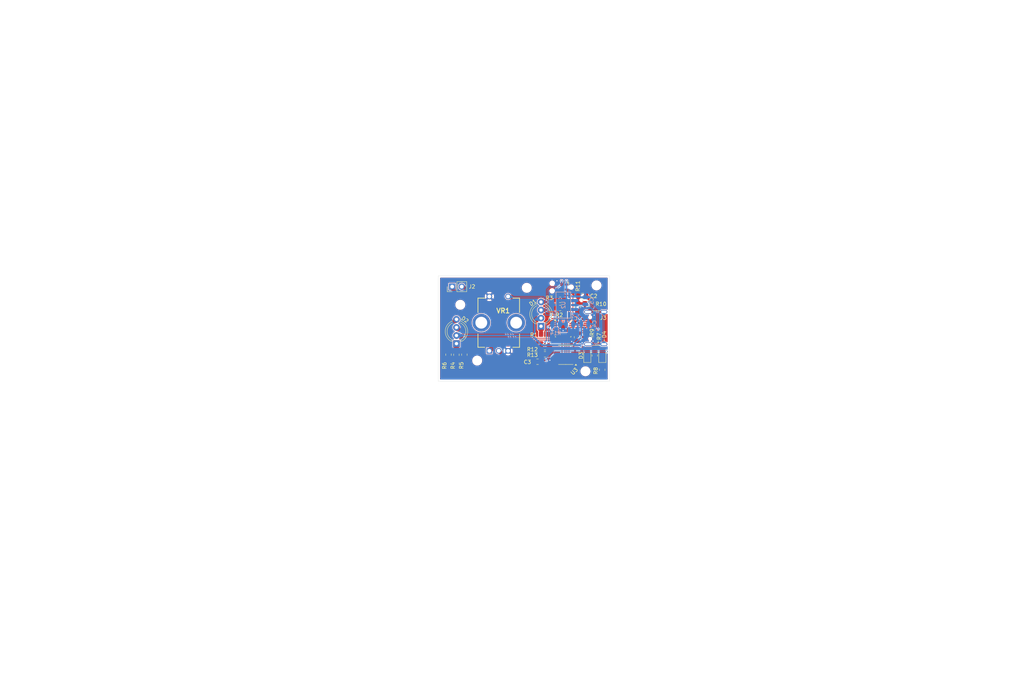
<source format=kicad_pcb>
(kicad_pcb (version 20240108) (generator "pcbnew") (generator_version "8.0")
  (layers (0 "F.Cu" signal) (31 "B.Cu" signal) (34 "B.Paste" user) (35 "F.Paste" user) (36 "B.SilkS" user "B.Silkscreen") (37 "F.SilkS" user "F.Silkscreen") (38 "B.Mask" user) (39 "F.Mask" user) (44 "Edge.Cuts" user))
  (net 0 "")
  (net 3 "Net-(D1-GK)")
  (net 7 "Net-(D1-RK)")
  (net 8 "Net-(D1-BK)")
  (net 9 "Net-(D3-K)")
  (net 10 "USB_DP")
  (net 11 "USB_DN")
  (net 12 "5V")
  (net 13 "Net-(J3-SHIELD)")
  (net 14 "Net-(J3-CC1)")
  (net 15 "Net-(D4-K)")
  (net 16 "Net-(J3-CC2)")
  (net 17 "3.3V")
  (net 18 "SWCLK")
  (net 19 "SWDIO")
  (net 20 "nRST")
  (net 22 "GND")
  (net 25 "nButton")
  (net 26 "Potti_Analog")
  (net 29 "Net-(D2-BK)")
  (net 30 "Net-(D2-GK)")
  (net 31 "Net-(D2-RK)")
  (net 32 "I2C_SDA")
  (net 33 "I2C_SCL")
  (net 36 "PWM2_R")
  (net 37 "PWM2_G")
  (net 38 "PWM2_B")
  (net 39 "PWM3_R")
  (net 40 "PWM3_G")
  (net 41 "PWM3_B")
  (net 42 "PA4")
  (net 43 "PA3")
  (footprint "Resistor_SMD:R_0805_2012Metric_Pad1.20x1.40mm_HandSolder" (layer "F.Cu") (at 165.85 101.87 90)
    (property "Reference" "R9" (at 1.32 4.0125 -90) (layer "F.SilkS"))
    (property "Value" "5.1kR" (hide yes))
    (pad "1" smd roundrect (at -1 0 90) (size 1.2 1.4) (layers "F.Cu" "F.Paste" "F.Mask") (roundrect_rratio 0.208333) (net 22 "GND"))
    (pad "2" smd roundrect (at 1 0 90) (size 1.2 1.4) (layers "F.Cu" "F.Paste" "F.Mask") (roundrect_rratio 0.208333) (net 14 "Net-(J3-CC1)"))
  )
  (footprint "MountingHole:MountingHole_2.2mm_M2_DIN965" (layer "F.Cu") (at 152.425 88.7)
    (property "Reference" "H5" (hide yes))
    (property "Value" "MountingHole")
    (pad "" np_thru_hole circle (at 0 0) (size 2.2 2.2) (drill 2.2) (layers "*.Cu" "*.Mask"))
  )
  (footprint "Resistor_SMD:R_0805_2012Metric_Pad1.20x1.40mm_HandSolder" (layer "F.Cu") (at 157.275 104.525 180)
    (property "Reference" "R12" (at 3.35 -0.6 180) (layer "F.SilkS"))
    (property "Value" "4.7kR")
    (pad "1" smd roundrect (at -1 0 180) (size 1.2 1.4) (layers "F.Cu" "F.Paste" "F.Mask") (roundrect_rratio 0.208333) (net 32 "I2C_SDA"))
    (pad "2" smd roundrect (at 1 0 180) (size 1.2 1.4) (layers "F.Cu" "F.Paste" "F.Mask") (roundrect_rratio 0.208333) (net 17 "3.3V"))
  )
  (footprint "LIB_PRS11R-415F-S103B1:PRS11R415FS103B1" (layer "F.Cu") (at 142.45 105.5)
    (property "Reference" "VR1" (at 3.675 -10.675 0) (layer "F.SilkS") (effects (font (size 1.27 1.27) (thickness 0.254))))
    (property "Value" "PRS11R-415F-S103B1" (hide yes))
    (pad "1" thru_hole rect (at 0 0) (size 1.5 1.5) (drill 1) (layers "*.Cu" "*.Mask") (net 17 "3.3V"))
    (pad "2" thru_hole circle (at 2.5 0) (size 1.5 1.5) (drill 1) (layers "*.Cu" "*.Mask") (net 26 "Potti_Analog"))
    (pad "3" thru_hole circle (at 5 0) (size 1.5 1.5) (drill 1) (layers "*.Cu" "*.Mask") (net 22 "GND"))
    (pad "4" thru_hole circle (at 0 -14.5) (size 1.5 1.5) (drill 1) (layers "*.Cu" "*.Mask") (net 22 "GND"))
    (pad "5" thru_hole circle (at 5 -14.5) (size 1.5 1.5) (drill 1) (layers "*.Cu" "*.Mask") (net 25 "nButton"))
    (pad "MH1" thru_hole circle (at -2.15 -7.5) (size 4.74 4.74) (drill 3.16) (layers "*.Cu" "*.Mask"))
    (pad "MH2" thru_hole circle (at 7.15 -7.5) (size 4.74 4.74) (drill 3.16) (layers "*.Cu" "*.Mask"))
  )
  (footprint "Capacitor_SMD:C_0805_2012Metric" (layer "F.Cu") (at 155.3 108.4)
    (property "Reference" "C3" (at -2.7 0.1 0) (layer "F.SilkS"))
    (property "Value" "22pF")
    (pad "1" smd roundrect (at -0.95 0) (size 1 1.45) (layers "F.Cu" "F.Paste" "F.Mask") (net 22 "GND"))
    (pad "2" smd roundrect (at 0.95 0) (size 1 1.45) (layers "F.Cu" "F.Paste" "F.Mask") (net 17 "3.3V"))
  )
  (footprint "MountingHole:MountingHole_2.2mm_M2_DIN965" (layer "F.Cu") (at 139.2 108.1)
    (property "Reference" "H3" (hide yes))
    (property "Value" "MountingHole")
    (pad "" np_thru_hole circle (at 0 0) (size 2.2 2.2) (drill 2.2) (layers "*.Cu" "*.Mask"))
  )
  (footprint "Resistor_SMD:R_0805_2012Metric_Pad1.20x1.40mm_HandSolder" (layer "F.Cu") (at 161.325 91.9 180)
    (property "Reference" "R3" (at 2.875 0.475 0) (layer "F.SilkS"))
    (property "Value" "80R" (hide yes))
    (pad "1" smd roundrect (at -1 0 180) (size 1.2 1.4) (layers "F.Cu" "F.Paste" "F.Mask") (roundrect_rratio 0.208333) (net 38 "PWM2_B"))
    (pad "2" smd roundrect (at 1 0 180) (size 1.2 1.4) (layers "F.Cu" "F.Paste" "F.Mask") (roundrect_rratio 0.208333) (net 8 "Net-(D1-BK)"))
  )
  (footprint "Resistor_SMD:R_0805_2012Metric_Pad1.20x1.40mm_HandSolder" (layer "F.Cu") (at 157.275 106.425 180)
    (property "Reference" "R13" (at 3.35 -0.175 0) (layer "F.SilkS"))
    (property "Value" "4.7kR")
    (pad "1" smd roundrect (at -1 0 180) (size 1.2 1.4) (layers "F.Cu" "F.Paste" "F.Mask") (roundrect_rratio 0.208333) (net 33 "I2C_SCL"))
    (pad "2" smd roundrect (at 1 0 180) (size 1.2 1.4) (layers "F.Cu" "F.Paste" "F.Mask") (roundrect_rratio 0.208333) (net 17 "3.3V"))
  )
  (footprint "LED_THT:LED_D5.0mm-4_RGB_Wide_Pins" (layer "F.Cu") (at 156.225 98.94 90)
    (property "Reference" "D1" (at 6.29 -2.175 -145) (layer "F.SilkS"))
    (property "Value" "LED_RAGB" (hide yes))
    (pad "1" thru_hole rect (at 0 0 90) (size 1.8 1.8) (drill 0.9) (layers "*.Cu" "*.Mask") (net 7 "Net-(D1-RK)"))
    (pad "2" thru_hole circle (at 2.159001 0 90) (size 1.8 1.8) (drill 0.9) (layers "*.Cu" "*.Mask") (net 12 "5V"))
    (pad "3" thru_hole circle (at 4.318 0 90) (size 1.8 1.8) (drill 0.9) (layers "*.Cu" "*.Mask") (net 3 "Net-(D1-GK)"))
    (pad "4" thru_hole circle (at 6.477001 0 90) (size 1.8 1.8) (drill 0.9) (layers "*.Cu" "*.Mask") (net 8 "Net-(D1-BK)"))
  )
  (footprint "LED_SMD:LED_0805_2012Metric_Pad1.15x1.40mm_HandSolder" (layer "F.Cu") (at 172.575 106.75 90)
    (property "Reference" "D4" (at 5.625 0.525 90) (layer "F.SilkS"))
    (property "Value" "0603-Green")
    (pad "1" smd roundrect (at -1.024999 0 90) (size 1.15 1.4) (layers "F.Cu" "F.Paste" "F.Mask") (roundrect_rratio 0.217391) (net 15 "Net-(D4-K)"))
    (pad "2" smd roundrect (at 1.024999 0 90) (size 1.15 1.4) (layers "F.Cu" "F.Paste" "F.Mask") (roundrect_rratio 0.217391) (net 17 "3.3V"))
  )
  (footprint "LED_THT:LED_D5.0mm-4_RGB_Wide_Pins" (layer "F.Cu") (at 133.675 103.575 90)
    (property "Reference" "D2" (at 6.375 2.25 145) (layer "F.SilkS"))
    (property "Value" "LED_RAGB" (hide yes))
    (pad "1" thru_hole rect (at 0 0 90) (size 1.8 1.8) (drill 0.9) (layers "*.Cu" "*.Mask") (net 31 "Net-(D2-RK)"))
    (pad "2" thru_hole circle (at 2.159001 0 90) (size 1.8 1.8) (drill 0.9) (layers "*.Cu" "*.Mask") (net 12 "5V"))
    (pad "3" thru_hole circle (at 4.318 0 90) (size 1.8 1.8) (drill 0.9) (layers "*.Cu" "*.Mask") (net 30 "Net-(D2-GK)"))
    (pad "4" thru_hole circle (at 6.477001 0 90) (size 1.8 1.8) (drill 0.9) (layers "*.Cu" "*.Mask") (net 29 "Net-(D2-BK)"))
  )
  (footprint "Resistor_SMD:R_0805_2012Metric_Pad1.20x1.40mm_HandSolder" (layer "F.Cu") (at 157.25 101.075 180)
    (property "Reference" "R1" (at 2.95 -0.175 0) (layer "F.SilkS"))
    (property "Value" "130R" (hide yes))
    (pad "1" smd roundrect (at -1 0 180) (size 1.2 1.4) (layers "F.Cu" "F.Paste" "F.Mask") (roundrect_rratio 0.208333) (net 36 "PWM2_R"))
    (pad "2" smd roundrect (at 1 0 180) (size 1.2 1.4) (layers "F.Cu" "F.Paste" "F.Mask") (roundrect_rratio 0.208333) (net 7 "Net-(D1-RK)"))
  )
  (footprint "MountingHole:MountingHole_2.2mm_M2_DIN965" (layer "F.Cu") (at 168.075 110.95)
    (property "Reference" "H2" (hide yes))
    (property "Value" "MountingHole")
    (pad "" np_thru_hole circle (at 0 0) (size 2.2 2.2) (drill 2.2) (layers "*.Cu" "*.Mask"))
  )
  (footprint "MountingHole:MountingHole_2.2mm_M2_DIN965" (layer "F.Cu") (at 134.7 93.225)
    (property "Reference" "H4" (hide yes))
    (property "Value" "MountingHole")
    (pad "" np_thru_hole circle (at 0 0) (size 2.2 2.2) (drill 2.2) (layers "*.Cu" "*.Mask"))
  )
  (footprint "Resistor_SMD:R_0805_2012Metric_Pad1.20x1.40mm_HandSolder" (layer "F.Cu") (at 170.575 106.75 -90)
    (property "Reference" "R7" (at -5.1 -1.15 90) (layer "F.SilkS"))
    (property "Value" "50R")
    (pad "1" smd roundrect (at -1 0 270) (size 1.2 1.4) (layers "F.Cu" "F.Paste" "F.Mask") (roundrect_rratio 0.208333) (net 22 "GND"))
    (pad "2" smd roundrect (at 1 0 270) (size 1.2 1.4) (layers "F.Cu" "F.Paste" "F.Mask") (roundrect_rratio 0.208333) (net 9 "Net-(D3-K)"))
  )
  (footprint "Package_SO:SOIC-8_3.9x4.9mm_P1.27mm" (layer "F.Cu") (at 162.825 106.575 180)
    (property "Reference" "U3" (at -2.275 -4.4 45) (layer "F.SilkS"))
    (property "Value" "M24C02-FMN" (hide yes))
    (pad "1" smd roundrect (at -2.475 -1.905 180) (size 1.95 0.6) (layers "F.Cu" "F.Paste" "F.Mask") (net 22 "GND"))
    (pad "2" smd roundrect (at -2.475 -0.635 180) (size 1.95 0.6) (layers "F.Cu" "F.Paste" "F.Mask") (net 22 "GND"))
    (pad "3" smd roundrect (at -2.475 0.635 180) (size 1.95 0.6) (layers "F.Cu" "F.Paste" "F.Mask") (net 22 "GND"))
    (pad "4" smd roundrect (at -2.475 1.905 180) (size 1.95 0.6) (layers "F.Cu" "F.Paste" "F.Mask") (net 22 "GND"))
    (pad "5" smd roundrect (at 2.475 1.905 180) (size 1.95 0.6) (layers "F.Cu" "F.Paste" "F.Mask") (net 32 "I2C_SDA"))
    (pad "6" smd roundrect (at 2.475 0.635 180) (size 1.95 0.6) (layers "F.Cu" "F.Paste" "F.Mask") (net 33 "I2C_SCL"))
    (pad "7" smd roundrect (at 2.475 -0.635 180) (size 1.95 0.6) (layers "F.Cu" "F.Paste" "F.Mask") (net 22 "GND"))
    (pad "8" smd roundrect (at 2.475 -1.905 180) (size 1.95 0.6) (layers "F.Cu" "F.Paste" "F.Mask") (net 17 "3.3V"))
  )
  (footprint "Resistor_SMD:R_0805_2012Metric_Pad1.20x1.40mm_HandSolder" (layer "F.Cu") (at 161.35 94.075 180)
    (property "Reference" "R2" (at 0.25 -1.875 0) (layer "F.SilkS"))
    (property "Value" "80R")
    (pad "1" smd roundrect (at -1 0 180) (size 1.2 1.4) (layers "F.Cu" "F.Paste" "F.Mask") (roundrect_rratio 0.208333) (net 37 "PWM2_G"))
    (pad "2" smd roundrect (at 1 0 180) (size 1.2 1.4) (layers "F.Cu" "F.Paste" "F.Mask") (roundrect_rratio 0.208333) (net 3 "Net-(D1-GK)"))
  )
  (footprint "Connector_USB:USB_C_Receptacle_G-Switch_GT-USB-7010ASV" (layer "F.Cu") (at 171.925 99.42 90)
    (property "Reference" "J3" (at 2.72 0.925 180) (layer "F.SilkS"))
    (property "Value" "USB_C_Receptacle_USB2.0_16P" (hide yes))
    (pad "" np_thru_hole circle (at -2.89 -2.605 90) (size 0.65 0.65) (drill 0.65) (layers "*.Cu" "*.Mask"))
    (pad "" np_thru_hole circle (at 2.89 -2.605 90) (size 0.65 0.65) (drill 0.65) (layers "*.Cu" "*.Mask"))
    (pad "A1" smd rect (at -3.2 -3.725 90) (size 0.6 1.24) (layers "F.Cu" "F.Paste" "F.Mask") (net 22 "GND"))
    (pad "A4" smd rect (at -2.4 -3.725 90) (size 0.6 1.24) (layers "F.Cu" "F.Paste" "F.Mask") (net 12 "5V"))
    (pad "A5" smd rect (at -1.25 -3.725 90) (size 0.3 1.24) (layers "F.Cu" "F.Paste" "F.Mask") (net 14 "Net-(J3-CC1)"))
    (pad "A6" smd rect (at -0.25 -3.725 90) (size 0.3 1.24) (layers "F.Cu" "F.Paste" "F.Mask") (net 10 "USB_DP"))
    (pad "A7" smd rect (at 0.25 -3.725 90) (size 0.3 1.24) (layers "F.Cu" "F.Paste" "F.Mask") (net 11 "USB_DN"))
    (pad "A8" smd rect (at 1.25 -3.725 90) (size 0.3 1.24) (layers "F.Cu" "F.Paste" "F.Mask"))
    (pad "A9" smd rect (at 2.4 -3.725 90) (size 0.6 1.24) (layers "F.Cu" "F.Paste" "F.Mask") (net 12 "5V"))
    (pad "A12" smd rect (at 3.2 -3.725 90) (size 0.6 1.24) (layers "F.Cu" "F.Paste" "F.Mask") (net 22 "GND"))
    (pad "B1" smd rect (at 3.2 -3.725 90) (size 0.6 1.24) (layers "F.Cu" "F.Paste" "F.Mask") (net 22 "GND"))
    (pad "B4" smd rect (at 2.4 -3.725 90) (size 0.6 1.24) (layers "F.Cu" "F.Paste" "F.Mask") (net 12 "5V"))
    (pad "B5" smd rect (at 1.75 -3.725 90) (size 0.3 1.24) (layers "F.Cu" "F.Paste" "F.Mask") (net 16 "Net-(J3-CC2)"))
    (pad "B6" smd rect (at 0.75 -3.725 90) (size 0.3 1.24) (layers "F.Cu" "F.Paste" "F.Mask") (net 10 "USB_DP"))
    (pad "B7" smd rect (at -0.75 -3.725 90) (size 0.3 1.24) (layers "F.Cu" "F.Paste" "F.Mask") (net 11 "USB_DN"))
    (pad "B8" smd rect (at -1.75 -3.725 90) (size 0.3 1.24) (layers "F.Cu" "F.Paste" "F.Mask"))
    (pad "B9" smd rect (at -2.4 -3.725 90) (size 0.6 1.24) (layers "F.Cu" "F.Paste" "F.Mask") (net 12 "5V"))
    (pad "B12" smd rect (at -3.2 -3.725 90) (size 0.6 1.24) (layers "F.Cu" "F.Paste" "F.Mask") (net 22 "GND"))
    (pad "S1" thru_hole oval (at -4.32 -3.125 90) (size 1 2.1) (drill oval 0.6 1.7) (layers "*.Cu" "*.Mask") (net 13 "Net-(J3-SHIELD)"))
    (pad "S1" thru_hole oval (at -4.32 1.075 90) (size 1 1.8) (drill oval 0.6 1.4) (layers "*.Cu" "*.Mask") (net 13 "Net-(J3-SHIELD)"))
    (pad "S1" thru_hole oval (at 4.32 -3.125 90) (size 1 2.1) (drill oval 0.6 1.7) (layers "*.Cu" "*.Mask") (net 13 "Net-(J3-SHIELD)"))
    (pad "S1" thru_hole oval (at 4.32 1.075 90) (size 1 1.8) (drill oval 0.6 1.4) (layers "*.Cu" "*.Mask") (net 13 "Net-(J3-SHIELD)"))
  )
  (footprint "Resistor_SMD:R_0805_2012Metric_Pad1.20x1.40mm_HandSolder" (layer "F.Cu") (at 133.65 106.55 90)
    (property "Reference" "R4" (at -2.875 -0.925 -90) (layer "F.SilkS"))
    (property "Value" "130R")
    (pad "1" smd roundrect (at -1 0 90) (size 1.2 1.4) (layers "F.Cu" "F.Paste" "F.Mask") (roundrect_rratio 0.208333) (net 39 "PWM3_R"))
    (pad "2" smd roundrect (at 1 0 90) (size 1.2 1.4) (layers "F.Cu" "F.Paste" "F.Mask") (roundrect_rratio 0.208333) (net 31 "Net-(D2-RK)"))
  )
  (footprint "LED_SMD:LED_0805_2012Metric_Pad1.15x1.40mm_HandSolder" (layer "F.Cu") (at 168.575 106.75 90)
    (property "Reference" "D3" (at 0 -1.675 90) (layer "F.SilkS"))
    (property "Value" "0603-Blue")
    (pad "1" smd roundrect (at -1.024999 0 90) (size 1.15 1.4) (layers "F.Cu" "F.Paste" "F.Mask") (roundrect_rratio 0.217391) (net 9 "Net-(D3-K)"))
    (pad "2" smd roundrect (at 1.024999 0 90) (size 1.15 1.4) (layers "F.Cu" "F.Paste" "F.Mask") (roundrect_rratio 0.217391) (net 12 "5V"))
  )
  (footprint "Resistor_SMD:R_0805_2012Metric_Pad1.20x1.40mm_HandSolder" (layer "F.Cu") (at 135.775 106.525 90)
    (property "Reference" "R5" (at -2.875 -0.8 -90) (layer "F.SilkS"))
    (property "Value" "80R")
    (pad "1" smd roundrect (at -1 0 90) (size 1.2 1.4) (layers "F.Cu" "F.Paste" "F.Mask") (roundrect_rratio 0.208333) (net 40 "PWM3_G"))
    (pad "2" smd roundrect (at 1 0 90) (size 1.2 1.4) (layers "F.Cu" "F.Paste" "F.Mask") (roundrect_rratio 0.208333) (net 30 "Net-(D2-GK)"))
  )
  (footprint "Resistor_SMD:R_0805_2012Metric_Pad1.20x1.40mm_HandSolder" (layer "F.Cu") (at 166.025 93.82 -90)
    (property "Reference" "R11" (at -5.57 -0.025 90) (layer "F.SilkS"))
    (property "Value" "5.1kR" (hide yes))
    (pad "1" smd roundrect (at -1 0 270) (size 1.2 1.4) (layers "F.Cu" "F.Paste" "F.Mask") (roundrect_rratio 0.208333) (net 22 "GND"))
    (pad "2" smd roundrect (at 1 0 270) (size 1.2 1.4) (layers "F.Cu" "F.Paste" "F.Mask") (roundrect_rratio 0.208333) (net 16 "Net-(J3-CC2)"))
  )
  (footprint "Package_DFN_QFN:QFN-28_4x4mm_P0.5mm" (layer "F.Cu") (at 162.125 99.695)
    (property "Reference" "U1" (hide yes))
    (property "Value" "STM32F042G4Ux" (hide yes))
    (pad "1" smd custom (at -1.9975 -1.5) (size 0.136863 0.136863) (layers "F.Cu" "F.Paste" "F.Mask") (options (clearance outline) (anchor circle)) (primitives (gr_poly (pts (xy -0.3325 -0.08) (xy 0.19886 -0.08) (xy 0.3325 0.05364) (xy 0.3325 0.08) (xy -0.3325 0.08)) (width 0.09) (fill yes))))
    (pad "2" smd roundrect (at -1.9375 -1) (size 0.875 0.25) (layers "F.Cu" "F.Paste" "F.Mask") (net 32 "I2C_SDA"))
    (pad "3" smd roundrect (at -1.9375 -0.5) (size 0.875 0.25) (layers "F.Cu" "F.Paste" "F.Mask"))
    (pad "4" smd roundrect (at -1.9375 0) (size 0.875 0.25) (layers "F.Cu" "F.Paste" "F.Mask") (net 20 "nRST"))
    (pad "5" smd roundrect (at -1.9375 0.5) (size 0.875 0.25) (layers "F.Cu" "F.Paste" "F.Mask") (net 17 "3.3V"))
    (pad "6" smd roundrect (at -1.9375 1) (size 0.875 0.25) (layers "F.Cu" "F.Paste" "F.Mask"))
    (pad "7" smd custom (at -1.9975 1.5) (size 0.136863 0.136863) (layers "F.Cu" "F.Paste" "F.Mask") (options (clearance outline) (anchor circle)) (primitives (gr_poly (pts (xy -0.3325 -0.08) (xy 0.3325 -0.08) (xy 0.3325 -0.05364) (xy 0.19886 0.08) (xy -0.3325 0.08)) (width 0.09) (fill yes))))
    (pad "8" smd custom (at -1.5 1.9975) (size 0.136863 0.136863) (layers "F.Cu" "F.Paste" "F.Mask") (net 36 "PWM2_R") (options (clearance outline) (anchor circle)) (primitives (gr_poly (pts (xy -0.08 -0.19886) (xy 0.05364 -0.3325) (xy 0.08 -0.3325) (xy 0.08 0.3325) (xy -0.08 0.3325)) (width 0.09) (fill yes))))
    (pad "9" smd roundrect (at -1 1.9375) (size 0.25 0.875) (layers "F.Cu" "F.Paste" "F.Mask") (net 43 "PA3"))
    (pad "10" smd roundrect (at -0.5 1.9375) (size 0.25 0.875) (layers "F.Cu" "F.Paste" "F.Mask") (net 42 "PA4"))
    (pad "11" smd roundrect (at 0 1.9375) (size 0.25 0.875) (layers "F.Cu" "F.Paste" "F.Mask") (net 26 "Potti_Analog"))
    (pad "12" smd roundrect (at 0.5 1.9375) (size 0.25 0.875) (layers "F.Cu" "F.Paste" "F.Mask") (net 40 "PWM3_G"))
    (pad "13" smd roundrect (at 1 1.9375) (size 0.25 0.875) (layers "F.Cu" "F.Paste" "F.Mask") (net 39 "PWM3_R"))
    (pad "14" smd custom (at 1.5 1.9975) (size 0.136863 0.136863) (layers "F.Cu" "F.Paste" "F.Mask") (net 41 "PWM3_B") (options (clearance outline) (anchor circle)) (primitives (gr_poly (pts (xy -0.08 -0.3325) (xy -0.05364 -0.3325) (xy 0.08 -0.19886) (xy 0.08 0.3325) (xy -0.08 0.3325)) (width 0.09) (fill yes))))
    (pad "15" smd custom (at 1.9975 1.5) (size 0.136863 0.136863) (layers "F.Cu" "F.Paste" "F.Mask") (options (clearance outline) (anchor circle)) (primitives (gr_poly (pts (xy -0.3325 -0.08) (xy 0.3325 -0.08) (xy 0.3325 0.08) (xy -0.19886 0.08) (xy -0.3325 -0.05364)) (width 0.09) (fill yes))))
    (pad "16" smd roundrect (at 1.9375 1) (size 0.875 0.25) (layers "F.Cu" "F.Paste" "F.Mask") (net 22 "GND"))
    (pad "17" smd roundrect (at 1.9375 0.5) (size 0.875 0.25) (layers "F.Cu" "F.Paste" "F.Mask") (net 17 "3.3V"))
    (pad "18" smd roundrect (at 1.9375 0) (size 0.875 0.25) (layers "F.Cu" "F.Paste" "F.Mask") (net 17 "3.3V"))
    (pad "19" smd roundrect (at 1.9375 -0.5) (size 0.875 0.25) (layers "F.Cu" "F.Paste" "F.Mask") (net 11 "USB_DN"))
    (pad "20" smd roundrect (at 1.9375 -1) (size 0.875 0.25) (layers "F.Cu" "F.Paste" "F.Mask") (net 10 "USB_DP"))
    (pad "21" smd custom (at 1.9975 -1.5) (size 0.136863 0.136863) (layers "F.Cu" "F.Paste" "F.Mask") (net 19 "SWDIO") (options (clearance outline) (anchor circle)) (primitives (gr_poly (pts (xy -0.3325 0.05364) (xy -0.19886 -0.08) (xy 0.3325 -0.08) (xy 0.3325 0.08) (xy -0.3325 0.08)) (width 0.09) (fill yes))))
    (pad "22" smd custom (at 1.5 -1.9975) (size 0.136863 0.136863) (layers "F.Cu" "F.Paste" "F.Mask") (net 18 "SWCLK") (options (clearance outline) (anchor circle)) (primitives (gr_poly (pts (xy -0.08 -0.3325) (xy 0.08 -0.3325) (xy 0.08 0.19886) (xy -0.05364 0.3325) (xy -0.08 0.3325)) (width 0.09) (fill yes))))
    (pad "23" smd roundrect (at 1 -1.9375) (size 0.25 0.875) (layers "F.Cu" "F.Paste" "F.Mask") (net 38 "PWM2_B"))
    (pad "24" smd roundrect (at 0.5 -1.9375) (size 0.25 0.875) (layers "F.Cu" "F.Paste" "F.Mask") (net 37 "PWM2_G"))
    (pad "25" smd roundrect (at 0 -1.9375) (size 0.25 0.875) (layers "F.Cu" "F.Paste" "F.Mask"))
    (pad "26" smd roundrect (at -0.5 -1.9375) (size 0.25 0.875) (layers "F.Cu" "F.Paste" "F.Mask") (net 25 "nButton"))
    (pad "27" smd roundrect (at -1 -1.9375) (size 0.25 0.875) (layers "F.Cu" "F.Paste" "F.Mask") (net 33 "I2C_SCL"))
    (pad "28" smd custom (at -1.5 -1.9975) (size 0.136863 0.136863) (layers "F.Cu" "F.Paste" "F.Mask") (options (clearance outline) (anchor circle)) (primitives (gr_poly (pts (xy -0.08 -0.3325) (xy 0.08 -0.3325) (xy 0.08 0.3325) (xy 0.05364 0.3325) (xy -0.08 0.19886)) (width 0.09) (fill yes))))
  )
  (footprint "Resistor_SMD:R_0805_2012Metric_Pad1.20x1.40mm_HandSolder" (layer "F.Cu") (at 131.55 106.525 90)
    (property "Reference" "R6" (at -2.925 -1.075 90) (layer "F.SilkS"))
    (property "Value" "80R")
    (pad "1" smd roundrect (at -1 0 90) (size 1.2 1.4) (layers "F.Cu" "F.Paste" "F.Mask") (roundrect_rratio 0.208333) (net 41 "PWM3_B"))
    (pad "2" smd roundrect (at 1 0 90) (size 1.2 1.4) (layers "F.Cu" "F.Paste" "F.Mask") (roundrect_rratio 0.208333) (net 29 "Net-(D2-BK)"))
  )
  (footprint "Capacitor_SMD:C_0805_2012Metric_Pad1.18x1.45mm_HandSolder" (layer "F.Cu") (at 167.225 90.9 180)
    (property "Reference" "C2" (at -3.05 0 0) (layer "F.SilkS"))
    (property "Value" "4.7nF" (hide yes))
    (pad "1" smd roundrect (at -1.0375 0 180) (size 1.175 1.45) (layers "F.Cu" "F.Paste" "F.Mask") (roundrect_rratio 0.212766) (net 13 "Net-(J3-SHIELD)"))
    (pad "2" smd roundrect (at 1.0375 0 180) (size 1.175 1.45) (layers "F.Cu" "F.Paste" "F.Mask") (roundrect_rratio 0.212766) (net 22 "GND"))
  )
  (footprint "Connector:Tag-Connect_TC2030-IDC-NL_2x03_P1.27mm_Vertical" (layer "F.Cu") (at 161.735 88.5 180)
    (property "Reference" "J1" (hide yes))
    (property "Value" "TagConnect")
    (pad "" np_thru_hole circle (at -2.54 0 180) (size 0.9906 0.9906) (drill 0.9906) (layers "*.Cu" "*.Mask"))
    (pad "" np_thru_hole circle (at 2.54 -1.016 180) (size 0.9906 0.9906) (drill 0.9906) (layers "*.Cu" "*.Mask"))
    (pad "" np_thru_hole circle (at 2.54 1.016 180) (size 0.9906 0.9906) (drill 0.9906) (layers "*.Cu" "*.Mask"))
    (pad "1" connect circle (at -1.27 0.635 180) (size 0.7874 0.7874) (layers "F.Cu" "F.Mask") (net 17 "3.3V"))
    (pad "2" connect circle (at -1.27 -0.635 180) (size 0.7874 0.7874) (layers "F.Cu" "F.Mask") (net 19 "SWDIO"))
    (pad "3" connect circle (at 0 0.635 180) (size 0.7874 0.7874) (layers "F.Cu" "F.Mask") (net 20 "nRST"))
    (pad "4" connect circle (at 0 -0.635 180) (size 0.7874 0.7874) (layers "F.Cu" "F.Mask") (net 18 "SWCLK"))
    (pad "5" connect circle (at 1.27 0.635 180) (size 0.7874 0.7874) (layers "F.Cu" "F.Mask") (net 22 "GND"))
    (pad "6" connect circle (at 1.27 -0.635 180) (size 0.7874 0.7874) (layers "F.Cu" "F.Mask"))
    (zone (net 0) (net_name "") (layer "F.Cu") (connect_pads (clearance 0)) (min_thickness 0.254)
      (keepout (tracks allowed) (vias not_allowed) (pads allowed) (copperpour not_allowed) (footprints not_allowed))
      (fill (thermal_gap 0.508) (thermal_bridge_width 0.508))
      (polygon (pts (xy 160.465 89.135) (xy 163.005 89.135) (xy 163.005 87.865) (xy 160.465 87.865)))
    )
  )
  (footprint "MountingHole:MountingHole_2.2mm_M2_DIN965" (layer "F.Cu") (at 171.025 88.05)
    (property "Reference" "H1" (hide yes))
    (property "Value" "MountingHole")
    (pad "" np_thru_hole circle (at 0 0) (size 2.2 2.2) (drill 2.2) (layers "*.Cu" "*.Mask"))
  )
  (footprint "Connector_PinHeader_2.54mm:PinHeader_1x02_P2.54mm_Vertical" (layer "F.Cu") (at 132.535 88.375 90)
    (property "Reference" "J2" (at 0 5.29 180) (layer "F.SilkS"))
    (property "Value" "Conn_01x02_Pin")
    (pad "1" thru_hole rect (at 0 0 90) (size 1.7 1.7) (drill 1) (layers "*.Cu" "*.Mask") (net 42 "PA4"))
    (pad "2" thru_hole oval (at 0 2.54 90) (size 1.7 1.7) (drill 1) (layers "*.Cu" "*.Mask") (net 43 "PA3"))
  )
  (footprint "Resistor_SMD:R_0805_2012Metric_Pad1.20x1.40mm_HandSolder" (layer "F.Cu") (at 168.925 92.92)
    (property "Reference" "R10" (at 3.3 0.1 0) (layer "F.SilkS"))
    (property "Value" "1MR" (hide yes))
    (pad "1" smd roundrect (at -1 0) (size 1.2 1.4) (layers "F.Cu" "F.Paste" "F.Mask") (roundrect_rratio 0.208333) (net 22 "GND"))
    (pad "2" smd roundrect (at 1 0) (size 1.2 1.4) (layers "F.Cu" "F.Paste" "F.Mask") (roundrect_rratio 0.208333) (net 13 "Net-(J3-SHIELD)"))
  )
  (footprint "Resistor_SMD:R_0805_2012Metric_Pad1.20x1.40mm_HandSolder" (layer "F.Cu") (at 172.55 110.55 90)
    (property "Reference" "R8" (at -0.275 -1.725 90) (layer "F.SilkS"))
    (property "Value" "40R")
    (pad "1" smd roundrect (at -1 0 90) (size 1.2 1.4) (layers "F.Cu" "F.Paste" "F.Mask") (roundrect_rratio 0.208333) (net 22 "GND"))
    (pad "2" smd roundrect (at 1 0 90) (size 1.2 1.4) (layers "F.Cu" "F.Paste" "F.Mask") (roundrect_rratio 0.208333) (net 15 "Net-(D4-K)"))
  )
  (footprint "NCP1117ST33T3G:SOT223-3_ONS" (layer "B.Cu") (at 162.1992 93.295 -90)
    (property "Reference" "U2" (at 0 0 90) (layer "B.SilkS") (effects (justify mirror)))
    (property "Value" "NCP1117ST33T3G" (hide yes))
    (pad "1" smd rect (at -2.298699 -3.2258 270) (size 0.6096 1.5494) (layers "B.Cu" "B.Paste" "B.Mask") (net 22 "GND"))
    (pad "2" smd rect (at 0 -3.2258 270) (size 0.6096 1.5494) (layers "B.Cu" "B.Paste" "B.Mask") (net 17 "3.3V"))
    (pad "2" smd rect (at 0 3.2258 270) (size 3.2512 1.5494) (layers "B.Cu" "B.Paste" "B.Mask") (net 17 "3.3V"))
    (pad "3" smd rect (at 2.298699 -3.2258 270) (size 0.6096 1.5494) (layers "B.Cu" "B.Paste" "B.Mask") (net 12 "5V"))
  )
  (footprint "Capacitor_SMD:C_0805_2012Metric" (layer "B.Cu") (at 167.9 98.325 180)
    (property "Reference" "C4" (at -2.6 0.025 90) (layer "B.SilkS") (effects (justify mirror)))
    (property "Value" "10nF")
    (pad "1" smd roundrect (at -0.95 0 180) (size 1 1.45) (layers "B.Cu" "B.Paste" "B.Mask") (net 22 "GND"))
    (pad "2" smd roundrect (at 0.95 0 180) (size 1 1.45) (layers "B.Cu" "B.Paste" "B.Mask") (net 12 "5V"))
  )
  (footprint "Capacitor_SMD:C_0805_2012Metric" (layer "B.Cu") (at 163.85 98.37 180)
    (property "Reference" "C1" (at -1.15 1.47 0) (layer "B.SilkS") (effects (justify mirror)))
    (property "Value" "22pF" (hide yes))
    (pad "1" smd roundrect (at -0.949999 0 180) (size 1 1.45) (layers "B.Cu" "B.Paste" "B.Mask") (net 22 "GND"))
    (pad "2" smd roundrect (at 0.949999 0 180) (size 1 1.45) (layers "B.Cu" "B.Paste" "B.Mask") (net 17 "3.3V"))
  )
  (footprint "Capacitor_SMD:C_0805_2012Metric" (layer "B.Cu") (at 168.05 92.175 90)
    (property "Reference" "C5" (at 0 1.679999 90) (layer "B.SilkS") (effects (justify mirror)))
    (property "Value" "10nF")
    (pad "1" smd roundrect (at -0.949999 0 90) (size 1 1.45) (layers "B.Cu" "B.Paste" "B.Mask") (net 17 "3.3V"))
    (pad "2" smd roundrect (at 0.949999 0 90) (size 1 1.45) (layers "B.Cu" "B.Paste" "B.Mask") (net 22 "GND"))
  )
  (footprint "Resistor_SMD:R_0805_2012Metric_Pad1.20x1.40mm_HandSolder" (layer "B.Cu") (at 160.275 98.37)
    (property "Reference" "R14" (at -0.175 2.43 0) (layer "B.SilkS") (effects (justify mirror)))
    (property "Value" "4.7kR" (hide yes))
    (pad "1" smd roundrect (at -1 0) (size 1.2 1.4) (layers "B.Cu" "B.Paste" "B.Mask") (roundrect_rratio 0.208333) (net 20 "nRST"))
    (pad "2" smd roundrect (at 1 0) (size 1.2 1.4) (layers "B.Cu" "B.Paste" "B.Mask") (roundrect_rratio 0.208333) (net 17 "3.3V"))
  )
  (gr_line (start 169.8875 101.550001) (end 169.6875 101.725) (stroke (width 0.1)) (layer "F.SilkS"))
  (gr_line (start 169.6875 101.725) (end 169.8875 101.9) (stroke (width 0.1)) (layer "F.SilkS"))
  (gr_line (start 171.475 103.4) (end 171.3 103.2) (stroke (width 0.1)) (layer "F.SilkS"))
  (gr_line (start 172.95 102.725) (end 173.125 102.925) (stroke (width 0.1)) (layer "F.SilkS"))
  (gr_line (start 171.3 103.2) (end 171.475 103.4) (stroke (width 0.1)) (layer "F.SilkS"))
  (gr_line (start 170.3625 101.725) (end 169.6875 101.725) (stroke (width 0.1)) (layer "F.SilkS"))
  (gr_line (start 171.475 102.725) (end 171.475 103.4) (stroke (width 0.1)) (layer "F.SilkS"))
  (gr_line (start 173.125 102.25) (end 173.125 102.925) (stroke (width 0.1)) (layer "F.SilkS"))
  (gr_line (start 171.475 103.4) (end 171.65 103.2) (stroke (width 0.1)) (layer "F.SilkS"))
  (gr_line (start 173.125 102.925) (end 173.3 102.725) (stroke (width 0.1)) (layer "F.SilkS"))
  (gr_line (start 128.825 113.65) (end 128.825 85.5) (stroke (width 0.05)) (layer "Edge.Cuts"))
  (gr_line (start 128.825 85.5) (end 174.5 85.5) (stroke (width 0.05)) (layer "Edge.Cuts"))
  (gr_line (start 128.825 113.65) (end 174.5 113.65) (stroke (width 0.05)) (layer "Edge.Cuts"))
  (gr_line (start 174.5 113.65) (end 174.5 85.5) (stroke (width 0.05)) (layer "Edge.Cuts"))
  (segment (start 156.225 94.622) (end 160.347 94.622) (width 0.2) (layer "F.Cu") (net 3))
  (segment (start 160.347 94.622) (end 160.35 94.625) (width 0.2) (layer "F.Cu") (net 3))
  (segment (start 156.225 100.9) (end 156.05 101.075) (width 0.2) (layer "F.Cu") (net 7))
  (segment (start 156.225 98.94) (end 156.225 100.9) (width 0.2) (layer "F.Cu") (net 7))
  (segment (start 156.225 92.462999) (end 160.312001 92.462999) (width 0.2) (layer "F.Cu") (net 8))
  (segment (start 160.312001 92.462999) (end 160.325 92.45) (width 0.2) (layer "F.Cu") (net 8))
  (segment (start 168.7 107.799999) (end 170.850001 107.799999) (width 0.2) (layer "F.Cu") (net 9))
  (segment (start 170.850001 107.799999) (end 170.875 107.775) (width 0.2) (layer "F.Cu") (net 9))
  (segment (start 169.07 99.67) (end 169.325 99.415) (width 0.2) (layer "F.Cu") (net 10))
  (segment (start 169.325 98.925) (end 169.07 98.67) (width 0.2) (layer "F.Cu") (net 10))
  (segment (start 168.2 99.67) (end 169.07 99.67) (width 0.2) (layer "F.Cu") (net 10))
  (segment (start 168.2 98.67) (end 164.3125 98.67) (width 0.2) (layer "F.Cu") (net 10))
  (segment (start 169.325 99.415) (end 169.325 98.925) (width 0.2) (layer "F.Cu") (net 10))
  (segment (start 164.3125 98.67) (end 164.2625 98.72) (width 0.2) (layer "F.Cu") (net 10))
  (segment (start 169.07 98.67) (end 168.2 98.67) (width 0.2) (layer "F.Cu") (net 10))
  (segment (start 167.125 99.965) (end 167.125 99.52) (width 0.2) (layer "F.Cu") (net 11))
  (segment (start 164.2625 99.22) (end 167.425 99.22) (width 0.2) (layer "F.Cu") (net 11))
  (segment (start 167.33 100.17) (end 167.125 99.965) (width 0.2) (layer "F.Cu") (net 11))
  (segment (start 168.15 99.22) (end 168.2 99.17) (width 0.2) (layer "F.Cu") (net 11))
  (segment (start 167.125 99.52) (end 167.425 99.22) (width 0.2) (layer "F.Cu") (net 11))
  (segment (start 168.2 100.17) (end 167.33 100.17) (width 0.2) (layer "F.Cu") (net 11))
  (segment (start 167.425 99.22) (end 168.15 99.22) (width 0.2) (layer "F.Cu") (net 11))
  (segment (start 166.875 97.02) (end 168.2 97.02) (width 0.5) (layer "F.Cu") (net 12))
  (segment (start 166.9 101.895) (end 166.975 101.82) (width 0.2) (layer "F.Cu") (net 12))
  (segment (start 168.2 101.82) (end 166.975 101.82) (width 0.5) (layer "F.Cu") (net 12))
  (segment (start 168.575001 105.750001) (end 168.7 105.750001) (width 0.2) (layer "F.Cu") (net 12))
  (segment (start 167.025 104.2) (end 168.575001 105.750001) (width 0.2) (layer "F.Cu") (net 12))
  (segment (start 167 104.2) (end 167.025 104.2) (width 0.2) (layer "F.Cu") (net 12))
  (via (at 167 104.2) (size 0.6) (drill 0.3) (layers "F.Cu" "B.Cu") (net 12))
  (via (at 166.975 101.82) (size 0.6) (drill 0.3) (layers "F.Cu" "B.Cu") (net 12))
  (via (at 166.875 97.02) (size 0.6) (drill 0.3) (layers "F.Cu" "B.Cu") (net 12))
  (segment (start 166.851301 97.02) (end 165.425 95.593699) (width 0.5) (layer "B.Cu") (net 12))
  (segment (start 166.975 101.82) (end 166.975 97.12) (width 0.5) (layer "B.Cu") (net 12))
  (segment (start 164.82 103.975) (end 166.775 103.975) (width 0.5) (layer "B.Cu") (net 12))
  (segment (start 153.884001 101.415999) (end 133.675 101.415999) (width 0.5) (layer "B.Cu") (net 12))
  (segment (start 166.875 97.02) (end 166.851301 97.02) (width 0.5) (layer "B.Cu") (net 12))
  (segment (start 156.225 96.780999) (end 155.044001 96.780999) (width 0.5) (layer "B.Cu") (net 12))
  (segment (start 154.55 100.75) (end 153.884001 101.415999) (width 0.5) (layer "B.Cu") (net 12))
  (segment (start 164.82 103.975) (end 166.975 101.82) (width 0.5) (layer "B.Cu") (net 12))
  (segment (start 154.55 97.275) (end 154.55 100.75) (width 0.5) (layer "B.Cu") (net 12))
  (segment (start 166.975 97.12) (end 166.875 97.02) (width 0.5) (layer "B.Cu") (net 12))
  (segment (start 155.044001 96.780999) (end 154.55 97.275) (width 0.5) (layer "B.Cu") (net 12))
  (segment (start 156.443002 103.975) (end 164.82 103.975) (width 0.5) (layer "B.Cu") (net 12))
  (segment (start 153.884001 101.415999) (end 156.443002 103.975) (width 0.5) (layer "B.Cu") (net 12))
  (segment (start 166.775 103.975) (end 167 104.2) (width 0.5) (layer "B.Cu") (net 12))
  (segment (start 173 95.1) (end 168.8 95.1) (width 0.2) (layer "F.Cu") (net 13))
  (segment (start 169.925 93.975) (end 168.8 95.1) (width 0.5) (layer "F.Cu") (net 13))
  (segment (start 169.925 92.5625) (end 169.925 92.92) (width 0.5) (layer "F.Cu") (net 13))
  (segment (start 169.925 92.92) (end 169.925 93.975) (width 0.5) (layer "F.Cu") (net 13))
  (segment (start 168.2625 90.9) (end 169.925 92.5625) (width 0.5) (layer "F.Cu") (net 13))
  (segment (start 173 103.74) (end 168.8 103.74) (width 0.2) (layer "B.Cu") (net 13))
  (segment (start 173 103.74) (end 173 95.1) (width 0.2) (layer "B.Cu") (net 13))
  (segment (start 168.8 103.74) (end 168.645 103.585) (width 0.2) (layer "B.Cu") (net 13))
  (segment (start 168.645 95.255) (end 168.8 95.1) (width 0.2) (layer "B.Cu") (net 13))
  (segment (start 166.25 100.67) (end 168.2 100.67) (width 0.2) (layer "F.Cu") (net 14))
  (segment (start 166 100.92) (end 166.25 100.67) (width 0.2) (layer "F.Cu") (net 14))
  (segment (start 172.575 107.774999) (end 172.575 109.525) (width 0.2) (layer "F.Cu") (net 15))
  (segment (start 172.575 109.525) (end 172.55 109.55) (width 0.2) (layer "F.Cu") (net 15))
  (segment (start 166.65 97.67) (end 166.025 97.045) (width 0.2) (layer "F.Cu") (net 16))
  (segment (start 166.025 97.045) (end 166.025 94.82) (width 0.2) (layer "F.Cu") (net 16))
  (segment (start 168.2 97.67) (end 166.65 97.67) (width 0.2) (layer "F.Cu") (net 16))
  (segment (start 157.6 108) (end 156.65 108) (width 0.2) (layer "F.Cu") (net 17))
  (segment (start 172.575 105.725001) (end 173.674999 105.725001) (width 0.2) (layer "F.Cu") (net 17))
  (segment (start 156.25 104.325) (end 156.25 108.4) (width 0.5) (layer "F.Cu") (net 17))
  (segment (start 173.674999 105.725001) (end 173.7 105.7) (width 0.2) (layer "F.Cu") (net 17))
  (segment (start 170.85 100.175) (end 170.85 103.575001) (width 0.2) (layer "F.Cu") (net 17))
  (segment (start 162.05 100.195) (end 160.3875 100.195) (width 0.2) (layer "F.Cu") (net 17))
  (segment (start 156.025 104.1) (end 156.25 104.325) (width 0.5) (layer "F.Cu") (net 17))
  (segment (start 162.2 100.195) (end 164.2625 100.195) (width 0.2) (layer "F.Cu") (net 17))
  (segment (start 142.45 105.5) (end 143.85 104.1) (width 0.5) (layer "F.Cu") (net 17))
  (segment (start 156.33 108.48) (end 156.45 108.6) (width 0.2) (layer "F.Cu") (net 17))
  (segment (start 162.125 100.12) (end 162.05 100.195) (width 0.2) (layer "F.Cu") (net 17))
  (segment (start 156.45 108.6) (end 160.23 108.6) (width 0.2) (layer "F.Cu") (net 17))
  (segment (start 162.125 100.12) (end 162.2 100.195) (width 0.2) (layer "F.Cu") (net 17))
  (segment (start 171.35 99.675) (end 170.85 100.175) (width 0.2) (layer "F.Cu") (net 17))
  (segment (start 163 99.695) (end 162.900001 99.595001) (width 0.2) (layer "F.Cu") (net 17))
  (segment (start 164.0625 99.695) (end 163 99.695) (width 0.2) (layer "F.Cu") (net 17))
  (segment (start 163.005 86.805) (end 163.005 87.865) (width 0.2) (layer "F.Cu") (net 17))
  (segment (start 170.85 103.575001) (end 173.05 105.775001) (width 0.2) (layer "F.Cu") (net 17))
  (segment (start 160.23 108.6) (end 160.35 108.48) (width 0.2) (layer "F.Cu") (net 17))
  (segment (start 143.85 104.1) (end 156.025 104.1) (width 0.5) (layer "F.Cu") (net 17))
  (segment (start 156.65 108) (end 156.25 108.4) (width 0.2) (layer "F.Cu") (net 17))
  (segment (start 156.25 108.4) (end 156.33 108.48) (width 0.5) (layer "F.Cu") (net 17))
  (via (at 162.125 100.12) (size 0.6) (drill 0.3) (layers "F.Cu" "B.Cu") (net 17))
  (via (at 157.6 108) (size 0.6) (drill 0.3) (layers "F.Cu" "B.Cu") (net 17))
  (via (at 171.35 99.675) (size 0.6) (drill 0.3) (layers "F.Cu" "B.Cu") (net 17))
  (via (at 162.900001 99.595001) (size 0.6) (drill 0.3) (layers "F.Cu" "B.Cu") (net 17))
  (via (at 161.321578 99.56795) (size 0.6) (drill 0.3) (layers "F.Cu" "B.Cu") (net 17))
  (via (at 163.005 86.805) (size 0.6) (drill 0.3) (layers "F.Cu" "B.Cu") (net 17))
  (via (at 173.7 105.7) (size 0.6) (drill 0.3) (layers "F.Cu" "B.Cu") (net 17))
  (segment (start 169.62 93.295) (end 165.425 93.295) (width 0.2) (layer "B.Cu") (net 17))
  (segment (start 161.321578 99.56795) (end 161.275 99.521372) (width 0.5) (layer "B.Cu") (net 17))
  (segment (start 161.321578 99.56795) (end 161.57295 99.56795) (width 0.5) (layer "B.Cu") (net 17))
  (segment (start 163.005 86.805) (end 163 86.81) (width 0.5) (layer "B.Cu") (net 17))
  (segment (start 162.975 98.444999) (end 162.900001 98.37) (width 0.5) (layer "B.Cu") (net 17))
  (segment (start 158.9734 93.295) (end 160.575 93.295) (width 0.5) (layer "B.Cu") (net 17))
  (segment (start 165.425 93.295) (end 163.7 93.295) (width 0.5) (layer "B.Cu") (net 17))
  (segment (start 162.900001 94.094999) (end 162.900001 98.37) (width 0.5) (layer "B.Cu") (net 17))
  (segment (start 162.649999 99.595001) (end 162.125 100.12) (width 0.5) (layer "B.Cu") (net 17))
  (segment (start 171.325 99.65) (end 171.325 95) (width 0.2) (layer "B.Cu") (net 17))
  (segment (start 162.900001 99.595001) (end 162.649999 99.595001) (width 0.5) (layer "B.Cu") (net 17))
  (segment (start 161.275 98.37) (end 162.900001 98.37) (width 0.5) (layer "B.Cu") (net 17))
  (segment (start 161.275 99.521372) (end 161.275 98.37) (width 0.5) (layer "B.Cu") (net 17))
  (segment (start 173.7 105.7) (end 159.9 105.7) (width 0.2) (layer "B.Cu") (net 17))
  (segment (start 161.275 93.995) (end 161.275 98.37) (width 0.5) (layer "B.Cu") (net 17))
  (segment (start 163.7 93.295) (end 162.900001 94.094999) (width 0.5) (layer "B.Cu") (net 17))
  (segment (start 171.35 99.675) (end 171.325 99.65) (width 0.2) (layer "B.Cu") (net 17))
  (segment (start 163 86.81) (end 163 92.595) (width 0.5) (layer "B.Cu") (net 17))
  (segment (start 161.57295 99.56795) (end 162.125 100.12) (width 0.5) (layer "B.Cu") (net 17))
  (segment (start 160.575 93.295) (end 161.275 93.995) (width 0.5) (layer "B.Cu") (net 17))
  (segment (start 159.9 105.7) (end 157.6 108) (width 0.2) (layer "B.Cu") (net 17))
  (segment (start 171.325 95) (end 169.62 93.295) (width 0.2) (layer "B.Cu") (net 17))
  (segment (start 163 92.595) (end 163.7 93.295) (width 0.5) (layer "B.Cu") (net 17))
  (segment (start 162.900001 99.595001) (end 162.900001 98.37) (width 0.5) (layer "B.Cu") (net 17))
  (segment (start 164.075 91.475) (end 164.075 97.2475) (width 0.2) (layer "F.Cu") (net 18))
  (segment (start 164.075 97.2475) (end 163.625 97.6975) (width 0.2) (layer "F.Cu") (net 18))
  (segment (start 161.735 89.135) (end 164.075 91.475) (width 0.2) (layer "F.Cu") (net 18))
  (segment (start 164.725 97.5925) (end 164.1225 98.195) (width 0.2) (layer "F.Cu") (net 19))
  (segment (start 163.005 89.43) (end 164.725 91.15) (width 0.2) (layer "F.Cu") (net 19))
  (segment (start 163.005 89.135) (end 163.005 89.43) (width 0.2) (layer "F.Cu") (net 19))
  (segment (start 164.725 91.15) (end 164.725 97.5925) (width 0.2) (layer "F.Cu") (net 19))
  (segment (start 160.3875 99.695) (end 159.2 99.695) (width 0.2) (layer "F.Cu") (net 20))
  (segment (start 161.735 86.815) (end 161.735 87.865) (width 0.2) (layer "F.Cu") (net 20))
  (via (at 159.2 99.695) (size 0.6) (drill 0.3) (layers "F.Cu" "B.Cu") (net 20))
  (via (at 161.735 86.815) (size 0.6) (drill 0.3) (layers "F.Cu" "B.Cu") (net 20))
  (segment (start 159.75 97.895) (end 159.275 98.37) (width 0.2) (layer "B.Cu") (net 20))
  (segment (start 158.575 88.5) (end 157.875 89.2) (width 0.2) (layer "B.Cu") (net 20))
  (segment (start 159.75 95.5) (end 159.75 97.895) (width 0.2) (layer "B.Cu") (net 20))
  (segment (start 161.735 86.815) (end 161.735 87.69) (width 0.2) (layer "B.Cu") (net 20))
  (segment (start 161.735 87.69) (end 160.925 88.5) (width 0.2) (layer "B.Cu") (net 20))
  (segment (start 157.875 89.2) (end 157.875 95.1) (width 0.2) (layer "B.Cu") (net 20))
  (segment (start 157.875 95.1) (end 158.125 95.35) (width 0.2) (layer "B.Cu") (net 20))
  (segment (start 159.6 95.35) (end 159.75 95.5) (width 0.2) (layer "B.Cu") (net 20))
  (segment (start 160.925 88.5) (end 158.575 88.5) (width 0.2) (layer "B.Cu") (net 20))
  (segment (start 159.2 99.695) (end 159.2 98.445) (width 0.2) (layer "B.Cu") (net 20))
  (segment (start 159.2 98.445) (end 159.275 98.37) (width 0.2) (layer "B.Cu") (net 20))
  (segment (start 158.125 95.35) (end 159.6 95.35) (width 0.2) (layer "B.Cu") (net 20))
  (segment (start 168.2 102.62) (end 167.88 102.62) (width 0.2) (layer "F.Cu") (net 22))
  (segment (start 167.825 92.82) (end 167.8875 92.8825) (width 0.2) (layer "F.Cu") (net 22))
  (segment (start 164.6 100.695) (end 164.825 100.92) (width 0.2) (layer "F.Cu") (net 22))
  (segment (start 164.4 103) (end 164.4 103.77) (width 0.2) (layer "F.Cu") (net 22))
  (segment (start 164.825 101.87) (end 165.825 102.87) (width 0.2) (layer "F.Cu") (net 22))
  (segment (start 158.6 108) (end 159.39 107.21) (width 0.2) (layer "F.Cu") (net 22))
  (segment (start 164.825 100.92) (end 164.825 101.87) (width 0.2) (layer "F.Cu") (net 22))
  (segment (start 167.8875 92.8825) (end 167.925 92.92) (width 0.2) (layer "F.Cu") (net 22))
  (segment (start 165.72 103) (end 165.85 102.87) (width 0.2) (layer "F.Cu") (net 22))
  (segment (start 160.465 87.865) (end 160.465 86.835) (width 0.2) (layer "F.Cu") (net 22))
  (segment (start 160.465 86.835) (end 160.475 86.825) (width 0.2) (layer "F.Cu") (net 22))
  (segment (start 164.4 103) (end 165.72 103) (width 0.2) (layer "F.Cu") (net 22))
  (segment (start 164.0625 100.695) (end 164.6 100.695) (width 0.2) (layer "F.Cu") (net 22))
  (segment (start 159.39 107.21) (end 160.35 107.21) (width 0.2) (layer "F.Cu") (net 22))
  (segment (start 167.88 102.62) (end 167.2 103.3) (width 0.2) (layer "F.Cu") (net 22))
  (segment (start 166.025 92.82) (end 167.825 92.82) (width 0.5) (layer "F.Cu") (net 22))
  (segment (start 164.4 103.77) (end 165.3 104.67) (width 0.2) (layer "F.Cu") (net 22))
  (via (at 164.4 103) (size 0.6) (drill 0.3) (layers "F.Cu" "B.Cu") (net 22))
  (via (at 170.1 102.9) (size 0.6) (drill 0.3) (layers "F.Cu" "B.Cu") (net 22))
  (via (at 170.4 96) (size 0.6) (drill 0.3) (layers "F.Cu" "B.Cu") (net 22))
  (via (at 160.475 86.825) (size 0.6) (drill 0.3) (layers "F.Cu" "B.Cu") (net 22))
  (via (at 167.2 103.3) (size 0.6) (drill 0.3) (layers "F.Cu" "B.Cu") (net 22))
  (via (at 158.6 108) (size 0.6) (drill 0.3) (layers "F.Cu" "B.Cu") (net 22))
  (via (at 165.8 97.95) (size 0.6) (drill 0.3) (layers "F.Cu" "B.Cu") (net 22))
  (segment (start 161.625 96.75) (end 161.625 97.7575) (width 0.2) (layer "F.Cu") (net 25))
  (segment (start 158.95 95.975) (end 160.85 95.975) (width 0.2) (layer "F.Cu") (net 25))
  (segment (start 160.85 95.975) (end 161.625 96.75) (width 0.2) (layer "F.Cu") (net 25))
  (via (at 158.95 95.975) (size 0.6) (drill 0.3) (layers "F.Cu" "B.Cu") (net 25))
  (segment (start 157.425 95.8) (end 157.425 91.825) (width 0.2) (layer "B.Cu") (net 25))
  (segment (start 157.6 95.975) (end 157.425 95.8) (width 0.2) (layer "B.Cu") (net 25))
  (segment (start 157.425 91.825) (end 156.8 91.2) (width 0.2) (layer "B.Cu") (net 25))
  (segment (start 156.8 91.2) (end 147.65 91.2) (width 0.2) (layer "B.Cu") (net 25))
  (segment (start 158.95 95.975) (end 157.6 95.975) (width 0.2) (layer "B.Cu") (net 25))
  (segment (start 147.65 91.2) (end 147.45 91) (width 0.2) (layer "B.Cu") (net 25))
  (segment (start 162.125 102.7) (end 161.825 103) (width 0.2) (layer "F.Cu") (net 26))
  (segment (start 161.825 103) (end 161.825 108.9) (width 0.2) (layer "F.Cu") (net 26))
  (segment (start 149.05 109.6) (end 144.95 105.5) (width 0.2) (layer "F.Cu") (net 26))
  (segment (start 161.825 108.9) (end 161.125 109.6) (width 0.2) (layer "F.Cu") (net 26))
  (segment (start 161.125 109.6) (end 149.05 109.6) (width 0.2) (layer "F.Cu") (net 26))
  (segment (start 162.125 101.6325) (end 162.125 102.7) (width 0.2) (layer "F.Cu") (net 26))
  (segment (start 131.55 99.222999) (end 133.675 97.097999) (width 0.2) (layer "F.Cu") (net 29))
  (segment (start 131.55 105.525) (end 131.55 99.222999) (width 0.2) (layer "F.Cu") (net 29))
  (segment (start 135.775 101.357) (end 133.675 99.257) (width 0.2) (layer "F.Cu") (net 30))
  (segment (start 135.775 105.525) (end 135.775 101.357) (width 0.2) (layer "F.Cu") (net 30))
  (segment (start 133.65 105.55) (end 133.65 103.6) (width 0.2) (layer "F.Cu") (net 31))
  (segment (start 133.65 103.6) (end 133.675 103.575) (width 0.2) (layer "F.Cu") (net 31))
  (segment (start 158.25 103.225) (end 158.25 104.325) (width 0.2) (layer "F.Cu") (net 32))
  (segment (start 158.25 104.325) (end 158.595 104.67) (width 0.2) (layer "F.Cu") (net 32))
  (segment (start 158.718542 98.695) (end 160.1875 98.695) (width 0.2) (layer "F.Cu") (net 32))
  (segment (start 158.595 104.67) (end 160.35 104.67) (width 0.2) (layer "F.Cu") (net 32))
  (segment (start 158.252694 99.160848) (end 158.718542 98.695) (width 0.2) (layer "F.Cu") (net 32))
  (via (at 158.252694 99.160848) (size 0.6) (drill 0.3) (layers "F.Cu" "B.Cu") (net 32))
  (via (at 158.25 103.225) (size 0.6) (drill 0.3) (layers "F.Cu" "B.Cu") (net 32))
  (segment (start 158.25 99.163542) (end 158.252694 99.160848) (width 0.2) (layer "B.Cu") (net 32))
  (segment (start 158.25 103.225) (end 158.25 99.163542) (width 0.2) (layer "B.Cu") (net 32))
  (segment (start 158.75 96.875) (end 160.875 96.875) (width 0.2) (layer "F.Cu") (net 33))
  (segment (start 157.25 103.225) (end 157.25 105.225) (width 0.2) (layer "F.Cu") (net 33))
  (segment (start 158.535 105.94) (end 160.35 105.94) (width 0.2) (layer "F.Cu") (net 33))
  (segment (start 158.25 106.225) (end 158.535 105.94) (width 0.2) (layer "F.Cu") (net 33))
  (segment (start 161.125 97.125) (end 161.125 97.7575) (width 0.2) (layer "F.Cu") (net 33))
  (segment (start 157.25 105.225) (end 158.25 106.225) (width 0.2) (layer "F.Cu") (net 33))
  (segment (start 160.875 96.875) (end 161.125 97.125) (width 0.2) (layer "F.Cu") (net 33))
  (via (at 157.25 103.225) (size 0.6) (drill 0.3) (layers "F.Cu" "B.Cu") (net 33))
  (via (at 158.75 96.875) (size 0.6) (drill 0.3) (layers "F.Cu" "B.Cu") (net 33))
  (segment (start 157.25 103.225) (end 157.65 102.825) (width 0.2) (layer "B.Cu") (net 33))
  (segment (start 157.65 97.975) (end 158.75 96.875) (width 0.2) (layer "B.Cu") (net 33))
  (segment (start 157.65 102.825) (end 157.65 97.975) (width 0.2) (layer "B.Cu") (net 33))
  (segment (start 160.625 101.6925) (end 158.8675 101.6925) (width 0.2) (layer "F.Cu") (net 36))
  (segment (start 158.8675 101.6925) (end 158.25 101.075) (width 0.2) (layer "F.Cu") (net 36))
  (segment (start 158.25 101.075) (end 158.05 101.075) (width 0.2) (layer "F.Cu") (net 36))
  (segment (start 162.625 97.7575) (end 162.625 94.35) (width 0.2) (layer "F.Cu") (net 37))
  (segment (start 162.625 94.35) (end 162.35 94.075) (width 0.2) (layer "F.Cu") (net 37))
  (segment (start 163.125 97.7575) (end 163.125 97.283494) (width 0.2) (layer "F.Cu") (net 38))
  (segment (start 163.55 93.125) (end 162.325 91.9) (width 0.2) (layer "F.Cu") (net 38))
  (segment (start 163.125 97.283494) (end 163.55 96.858494) (width 0.2) (layer "F.Cu") (net 38))
  (segment (start 163.55 96.858494) (end 163.55 93.125) (width 0.2) (layer "F.Cu") (net 38))
  (segment (start 162.2 111.5) (end 163.125 110.575) (width 0.2) (layer "F.Cu") (net 39))
  (segment (start 133.65 109.9) (end 135.25 111.5) (width 0.2) (layer "F.Cu") (net 39))
  (segment (start 133.65 107.55) (end 133.65 109.9) (width 0.2) (layer "F.Cu") (net 39))
  (segment (start 135.25 111.5) (end 162.2 111.5) (width 0.2) (layer "F.Cu") (net 39))
  (segment (start 163.125 110.575) (end 163.125 101.6325) (width 0.2) (layer "F.Cu") (net 39))
  (segment (start 137.25 110.5) (end 162 110.5) (width 0.2) (layer "F.Cu") (net 40))
  (segment (start 162 110.5) (end 162.625 109.875) (width 0.2) (layer "F.Cu") (net 40))
  (segment (start 162.625 109.875) (end 162.625 101.6325) (width 0.2) (layer "F.Cu") (net 40))
  (segment (start 135.775 109.025) (end 137.25 110.5) (width 0.2) (layer "F.Cu") (net 40))
  (segment (start 135.775 107.525) (end 135.775 109.025) (width 0.2) (layer "F.Cu") (net 40))
  (segment (start 163.675 111.325) (end 163.675 101.7425) (width 0.2) (layer "F.Cu") (net 41))
  (segment (start 131.55 107.525) (end 131.55 110.3) (width 0.2) (layer "F.Cu") (net 41))
  (segment (start 133.65 112.4) (end 162.6 112.4) (width 0.2) (layer "F.Cu") (net 41))
  (segment (start 162.6 112.4) (end 163.675 111.325) (width 0.2) (layer "F.Cu") (net 41))
  (segment (start 131.55 110.3) (end 133.65 112.4) (width 0.2) (layer "F.Cu") (net 41))
  (segment (start 163.675 101.7425) (end 163.625 101.6925) (width 0.2) (layer "F.Cu") (net 41))
  (segment (start 142.97 96.894049) (end 136.300951 90.225) (width 0.2) (layer "F.Cu") (net 42))
  (segment (start 158.498529 102.625) (end 148.675 102.625) (width 0.2) (layer "F.Cu") (net 42))
  (segment (start 136.300951 90.225) (end 133.875 90.225) (width 0.2) (layer "F.Cu") (net 42))
  (segment (start 133.875 90.225) (end 132.535 88.885) (width 0.2) (layer "F.Cu") (net 42))
  (segment (start 148.675 102.625) (end 142.97 96.92) (width 0.2) (layer "F.Cu") (net 42))
  (segment (start 160.810977 102.986215) (end 158.85 102.986215) (width 0.2) (layer "F.Cu") (net 42))
  (segment (start 132.535 88.885) (end 132.535 88.375) (width 0.2) (layer "F.Cu") (net 42))
  (segment (start 142.97 96.92) (end 142.97 96.894049) (width 0.2) (layer "F.Cu") (net 42))
  (segment (start 158.85 102.986215) (end 158.85 102.976471) (width 0.2) (layer "F.Cu") (net 42))
  (segment (start 161.625 102.172192) (end 160.810977 102.986215) (width 0.2) (layer "F.Cu") (net 42))
  (segment (start 161.625 101.6325) (end 161.625 102.172192) (width 0.2) (layer "F.Cu") (net 42))
  (segment (start 158.85 102.976471) (end 158.498529 102.625) (width 0.2) (layer "F.Cu") (net 42))
  (segment (start 160.168494 102.15) (end 149.55 102.15) (width 0.2) (layer "F.Cu") (net 43))
  (segment (start 161.125 101.6325) (end 161.125 102.106506) (width 0.2) (layer "F.Cu") (net 43))
  (segment (start 149.55 102.15) (end 135.775 88.375) (width 0.2) (layer "F.Cu") (net 43))
  (segment (start 160.851506 102.38) (end 160.398494 102.38) (width 0.2) (layer "F.Cu") (net 43))
  (segment (start 135.775 88.375) (end 135.075 88.375) (width 0.2) (layer "F.Cu") (net 43))
  (segment (start 161.125 102.106506) (end 160.851506 102.38) (width 0.2) (layer "F.Cu") (net 43))
  (segment (start 160.398494 102.38) (end 160.168494 102.15) (width 0.2) (layer "F.Cu") (net 43))
  (zone (net 17) (net_name "3.3V") (layer "F.Cu") (priority 2) (connect_pads (clearance 0)) (min_thickness 0.25) (fill yes (thermal_gap 0.5) (thermal_bridge_width 0.5))
    (polygon (pts (xy 160.925 100.545) (xy 160.925 98.495) (xy 163.3 98.495) (xy 163.3 100.545)))
  )
  (zone (net 22) (net_name "GND") (layers "F&B.Cu") (connect_pads (clearance 0)) (min_thickness 0.25) (fill yes (thermal_gap 0.5) (thermal_bridge_width 0.5))
    (polygon (pts (xy 11.925 11.925) (xy 285.075 11.925) (xy 285.075 198.075) (xy 11.925 198.075)))
  )
  (zone (net 17) (net_name "3.3V") (layer "B.Cu") (priority 2) (connect_pads (clearance 0)) (min_thickness 0.25) (fill yes (thermal_gap 0.5) (thermal_bridge_width 0.5))
    (polygon (pts (xy 161.025 100.57) (xy 163.15 100.545) (xy 163.15 94.895) (xy 161.025 94.92)))
  )
  (zone (net 17) (net_name "3.3V") (layer "B.Cu") (priority 1) (connect_pads (clearance 0)) (min_thickness 0.25) (fill yes (thermal_gap 0.5) (thermal_bridge_width 0.5))
    (polygon (pts (xy 166.2 91.67) (xy 158.2 91.67) (xy 158.2 94.92) (xy 166.2 94.92)))
  )
)
</source>
